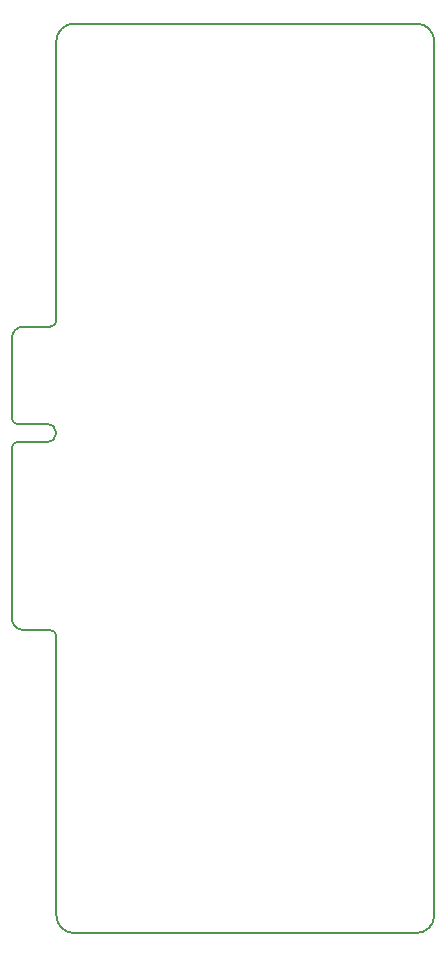
<source format=gm1>
G04 #@! TF.GenerationSoftware,KiCad,Pcbnew,9.0.2*
G04 #@! TF.CreationDate,2025-06-24T15:08:32-04:00*
G04 #@! TF.ProjectId,uconsole-expansion-card-template,75636f6e-736f-46c6-952d-657870616e73,0.1*
G04 #@! TF.SameCoordinates,Original*
G04 #@! TF.FileFunction,Profile,NP*
%FSLAX46Y46*%
G04 Gerber Fmt 4.6, Leading zero omitted, Abs format (unit mm)*
G04 Created by KiCad (PCBNEW 9.0.2) date 2025-06-24 15:08:32*
%MOMM*%
%LPD*%
G01*
G04 APERTURE LIST*
G04 #@! TA.AperFunction,Profile*
%ADD10C,0.200000*%
G04 #@! TD*
G04 APERTURE END LIST*
D10*
X83615000Y-113350000D02*
G75*
G02*
X82615000Y-112350000I0J1000000D01*
G01*
X116885000Y-139000000D02*
X87885000Y-139000000D01*
X116885000Y-62000000D02*
G75*
G02*
X118385000Y-63500000I0J-1500000D01*
G01*
X82615000Y-88650000D02*
G75*
G02*
X83615000Y-87650000I1000000J0D01*
G01*
X83615000Y-87650000D02*
X85885000Y-87650000D01*
X86385000Y-137500000D02*
X86385000Y-113850000D01*
X86385000Y-87150000D02*
X86385000Y-63500000D01*
X82615000Y-112350000D02*
X82615000Y-97920000D01*
X87885000Y-62000000D02*
X116885000Y-62000000D01*
X118385000Y-63500000D02*
X118385000Y-137500000D01*
X82615000Y-97920000D02*
G75*
G02*
X83115000Y-97420000I500000J0D01*
G01*
X85615000Y-95920000D02*
G75*
G02*
X85615000Y-97420000I0J-750000D01*
G01*
X86385000Y-87150000D02*
G75*
G02*
X85885000Y-87650000I-500000J0D01*
G01*
X85615000Y-97420000D02*
X83115000Y-97420000D01*
X83115000Y-95920000D02*
G75*
G02*
X82615000Y-95420000I0J500000D01*
G01*
X86385000Y-63500000D02*
G75*
G02*
X87885000Y-62000000I1500000J0D01*
G01*
X82615000Y-95420000D02*
X82615000Y-88650000D01*
X85885000Y-113350000D02*
G75*
G02*
X86385000Y-113850000I0J-500000D01*
G01*
X85885000Y-113350000D02*
X83615000Y-113350000D01*
X83115000Y-95920000D02*
X85615000Y-95920000D01*
X87885000Y-139000000D02*
G75*
G02*
X86385000Y-137500000I0J1500000D01*
G01*
X118385000Y-137500000D02*
G75*
G02*
X116885000Y-139000000I-1500000J0D01*
G01*
M02*

</source>
